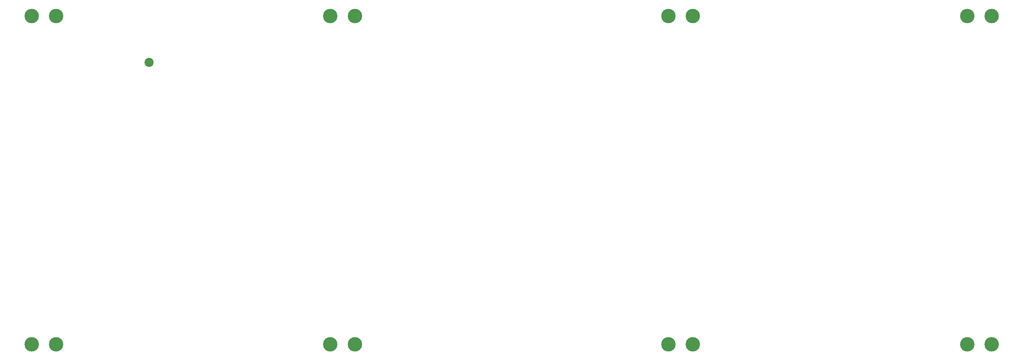
<source format=gbr>
G04 #@! TF.GenerationSoftware,KiCad,Pcbnew,(5.1.4-0)*
G04 #@! TF.CreationDate,2021-10-30T11:01:04-05:00*
G04 #@! TF.ProjectId,bottom_plate,626f7474-6f6d-45f7-906c-6174652e6b69,rev?*
G04 #@! TF.SameCoordinates,Original*
G04 #@! TF.FileFunction,Soldermask,Top*
G04 #@! TF.FilePolarity,Negative*
%FSLAX46Y46*%
G04 Gerber Fmt 4.6, Leading zero omitted, Abs format (unit mm)*
G04 Created by KiCad (PCBNEW (5.1.4-0)) date 2021-10-30 11:01:04*
%MOMM*%
%LPD*%
G04 APERTURE LIST*
%ADD10C,3.500000*%
%ADD11C,2.200000*%
G04 APERTURE END LIST*
D10*
X389360818Y-38683016D03*
X383407698Y-118454824D03*
X383407698Y-38683016D03*
X316732754Y-118454824D03*
X316732754Y-38683016D03*
X228626578Y-118454824D03*
X228626578Y-38683016D03*
X161951634Y-118454824D03*
X161951634Y-38683016D03*
X310779634Y-118454824D03*
X310779701Y-38682951D03*
X234579607Y-118454824D03*
X234579608Y-38683016D03*
X155998315Y-118454824D03*
X155998514Y-38683016D03*
X389360818Y-118454824D03*
D11*
X184573490Y-49993944D03*
M02*

</source>
